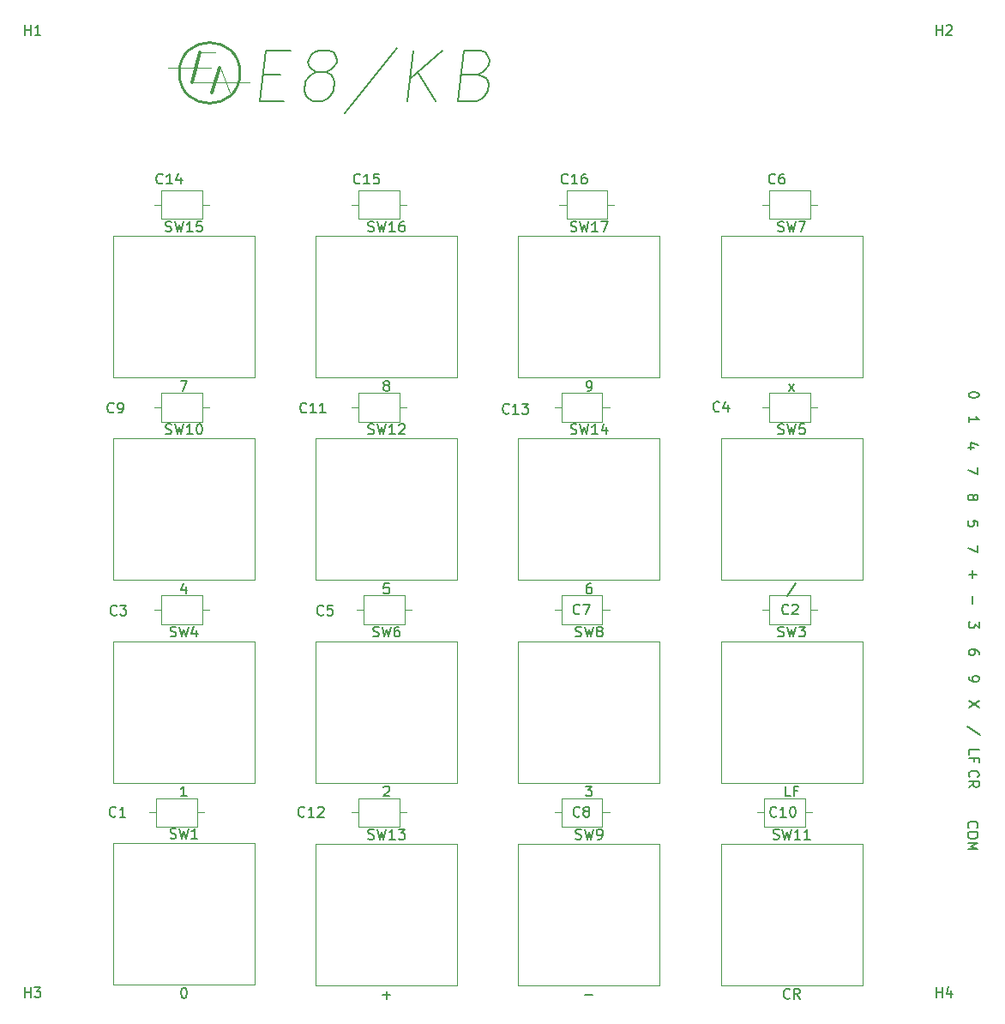
<source format=gbr>
%TF.GenerationSoftware,KiCad,Pcbnew,(6.0.4-0)*%
%TF.CreationDate,2024-05-14T12:36:05+10:00*%
%TF.ProjectId,octal keyboard,6f637461-6c20-46b6-9579-626f6172642e,rev?*%
%TF.SameCoordinates,Original*%
%TF.FileFunction,Legend,Top*%
%TF.FilePolarity,Positive*%
%FSLAX46Y46*%
G04 Gerber Fmt 4.6, Leading zero omitted, Abs format (unit mm)*
G04 Created by KiCad (PCBNEW (6.0.4-0)) date 2024-05-14 12:36:05*
%MOMM*%
%LPD*%
G01*
G04 APERTURE LIST*
%ADD10C,0.150000*%
%ADD11C,0.120000*%
%ADD12C,0.300000*%
%ADD13C,0.240000*%
G04 APERTURE END LIST*
D10*
X199847619Y-91666666D02*
X199847619Y-92333333D01*
X198847619Y-91904761D01*
X199947619Y-106966666D02*
X198947619Y-107633333D01*
X199947619Y-107633333D02*
X198947619Y-106966666D01*
X199847619Y-89738095D02*
X199847619Y-89261904D01*
X199371428Y-89214285D01*
X199419047Y-89261904D01*
X199466666Y-89357142D01*
X199466666Y-89595238D01*
X199419047Y-89690476D01*
X199371428Y-89738095D01*
X199276190Y-89785714D01*
X199038095Y-89785714D01*
X198942857Y-89738095D01*
X198895238Y-89690476D01*
X198847619Y-89595238D01*
X198847619Y-89357142D01*
X198895238Y-89261904D01*
X198942857Y-89214285D01*
X200095238Y-110328571D02*
X198809523Y-109471428D01*
X198947619Y-79485714D02*
X198947619Y-78914285D01*
X198947619Y-79200000D02*
X199947619Y-79200000D01*
X199804761Y-79104761D01*
X199709523Y-79009523D01*
X199661904Y-78914285D01*
X199042857Y-114509523D02*
X198995238Y-114461904D01*
X198947619Y-114319047D01*
X198947619Y-114223809D01*
X198995238Y-114080952D01*
X199090476Y-113985714D01*
X199185714Y-113938095D01*
X199376190Y-113890476D01*
X199519047Y-113890476D01*
X199709523Y-113938095D01*
X199804761Y-113985714D01*
X199900000Y-114080952D01*
X199947619Y-114223809D01*
X199947619Y-114319047D01*
X199900000Y-114461904D01*
X199852380Y-114509523D01*
X198947619Y-115509523D02*
X199423809Y-115176190D01*
X198947619Y-114938095D02*
X199947619Y-114938095D01*
X199947619Y-115319047D01*
X199900000Y-115414285D01*
X199852380Y-115461904D01*
X199757142Y-115509523D01*
X199614285Y-115509523D01*
X199519047Y-115461904D01*
X199471428Y-115414285D01*
X199423809Y-115319047D01*
X199423809Y-114938095D01*
X199947619Y-76752380D02*
X199947619Y-76847619D01*
X199900000Y-76942857D01*
X199852380Y-76990476D01*
X199757142Y-77038095D01*
X199566666Y-77085714D01*
X199328571Y-77085714D01*
X199138095Y-77038095D01*
X199042857Y-76990476D01*
X198995238Y-76942857D01*
X198947619Y-76847619D01*
X198947619Y-76752380D01*
X198995238Y-76657142D01*
X199042857Y-76609523D01*
X199138095Y-76561904D01*
X199328571Y-76514285D01*
X199566666Y-76514285D01*
X199757142Y-76561904D01*
X199852380Y-76609523D01*
X199900000Y-76657142D01*
X199947619Y-76752380D01*
X199847619Y-83966666D02*
X199847619Y-84633333D01*
X198847619Y-84204761D01*
X198942857Y-119514285D02*
X198895238Y-119466666D01*
X198847619Y-119323809D01*
X198847619Y-119228571D01*
X198895238Y-119085714D01*
X198990476Y-118990476D01*
X199085714Y-118942857D01*
X199276190Y-118895238D01*
X199419047Y-118895238D01*
X199609523Y-118942857D01*
X199704761Y-118990476D01*
X199800000Y-119085714D01*
X199847619Y-119228571D01*
X199847619Y-119323809D01*
X199800000Y-119466666D01*
X199752380Y-119514285D01*
X199847619Y-120133333D02*
X199847619Y-120323809D01*
X199800000Y-120419047D01*
X199704761Y-120514285D01*
X199514285Y-120561904D01*
X199180952Y-120561904D01*
X198990476Y-120514285D01*
X198895238Y-120419047D01*
X198847619Y-120323809D01*
X198847619Y-120133333D01*
X198895238Y-120038095D01*
X198990476Y-119942857D01*
X199180952Y-119895238D01*
X199514285Y-119895238D01*
X199704761Y-119942857D01*
X199800000Y-120038095D01*
X199847619Y-120133333D01*
X198847619Y-120990476D02*
X199847619Y-120990476D01*
X199133333Y-121323809D01*
X199847619Y-121657142D01*
X198847619Y-121657142D01*
X198947619Y-104609523D02*
X198947619Y-104800000D01*
X198995238Y-104895238D01*
X199042857Y-104942857D01*
X199185714Y-105038095D01*
X199376190Y-105085714D01*
X199757142Y-105085714D01*
X199852380Y-105038095D01*
X199900000Y-104990476D01*
X199947619Y-104895238D01*
X199947619Y-104704761D01*
X199900000Y-104609523D01*
X199852380Y-104561904D01*
X199757142Y-104514285D01*
X199519047Y-104514285D01*
X199423809Y-104561904D01*
X199376190Y-104609523D01*
X199328571Y-104704761D01*
X199328571Y-104895238D01*
X199376190Y-104990476D01*
X199423809Y-105038095D01*
X199519047Y-105085714D01*
X199514285Y-81990476D02*
X198847619Y-81990476D01*
X199895238Y-81752380D02*
X199180952Y-81514285D01*
X199180952Y-82133333D01*
X129282589Y-45142857D02*
X130949255Y-45142857D01*
X131336160Y-47761904D02*
X128955208Y-47761904D01*
X129580208Y-42761904D01*
X131961160Y-42761904D01*
X134550446Y-44904761D02*
X134104017Y-44666666D01*
X133895684Y-44428571D01*
X133717113Y-43952380D01*
X133746875Y-43714285D01*
X134044494Y-43238095D01*
X134312351Y-43000000D01*
X134818303Y-42761904D01*
X135770684Y-42761904D01*
X136217113Y-43000000D01*
X136425446Y-43238095D01*
X136604017Y-43714285D01*
X136574255Y-43952380D01*
X136276636Y-44428571D01*
X136008779Y-44666666D01*
X135502827Y-44904761D01*
X134550446Y-44904761D01*
X134044494Y-45142857D01*
X133776636Y-45380952D01*
X133479017Y-45857142D01*
X133359970Y-46809523D01*
X133538541Y-47285714D01*
X133746875Y-47523809D01*
X134193303Y-47761904D01*
X135145684Y-47761904D01*
X135651636Y-47523809D01*
X135919494Y-47285714D01*
X136217113Y-46809523D01*
X136336160Y-45857142D01*
X136157589Y-45380952D01*
X135949255Y-45142857D01*
X135502827Y-44904761D01*
X142467113Y-42523809D02*
X137377827Y-48952380D01*
X143479017Y-47761904D02*
X144104017Y-42761904D01*
X146336160Y-47761904D02*
X144550446Y-44904761D01*
X146961160Y-42761904D02*
X143746875Y-45619047D01*
X150473065Y-45142857D02*
X151157589Y-45380952D01*
X151365922Y-45619047D01*
X151544494Y-46095238D01*
X151455208Y-46809523D01*
X151157589Y-47285714D01*
X150889732Y-47523809D01*
X150383779Y-47761904D01*
X148479017Y-47761904D01*
X149104017Y-42761904D01*
X150770684Y-42761904D01*
X151217113Y-43000000D01*
X151425446Y-43238095D01*
X151604017Y-43714285D01*
X151544494Y-44190476D01*
X151246875Y-44666666D01*
X150979017Y-44904761D01*
X150473065Y-45142857D01*
X148806398Y-45142857D01*
X199947619Y-99166666D02*
X199947619Y-99785714D01*
X199566666Y-99452380D01*
X199566666Y-99595238D01*
X199519047Y-99690476D01*
X199471428Y-99738095D01*
X199376190Y-99785714D01*
X199138095Y-99785714D01*
X199042857Y-99738095D01*
X198995238Y-99690476D01*
X198947619Y-99595238D01*
X198947619Y-99309523D01*
X198995238Y-99214285D01*
X199042857Y-99166666D01*
X199328571Y-94119047D02*
X199328571Y-94880952D01*
X198947619Y-94500000D02*
X199709523Y-94500000D01*
X199947619Y-102390476D02*
X199947619Y-102200000D01*
X199900000Y-102104761D01*
X199852380Y-102057142D01*
X199709523Y-101961904D01*
X199519047Y-101914285D01*
X199138095Y-101914285D01*
X199042857Y-101961904D01*
X198995238Y-102009523D01*
X198947619Y-102104761D01*
X198947619Y-102295238D01*
X198995238Y-102390476D01*
X199042857Y-102438095D01*
X199138095Y-102485714D01*
X199376190Y-102485714D01*
X199471428Y-102438095D01*
X199519047Y-102390476D01*
X199566666Y-102295238D01*
X199566666Y-102104761D01*
X199519047Y-102009523D01*
X199471428Y-101961904D01*
X199376190Y-101914285D01*
X199328571Y-96619047D02*
X199328571Y-97380952D01*
X198947619Y-112280952D02*
X198947619Y-111804761D01*
X199947619Y-111804761D01*
X199471428Y-112947619D02*
X199471428Y-112614285D01*
X198947619Y-112614285D02*
X199947619Y-112614285D01*
X199947619Y-113090476D01*
X199419047Y-86804761D02*
X199466666Y-86709523D01*
X199514285Y-86661904D01*
X199609523Y-86614285D01*
X199657142Y-86614285D01*
X199752380Y-86661904D01*
X199800000Y-86709523D01*
X199847619Y-86804761D01*
X199847619Y-86995238D01*
X199800000Y-87090476D01*
X199752380Y-87138095D01*
X199657142Y-87185714D01*
X199609523Y-87185714D01*
X199514285Y-87138095D01*
X199466666Y-87090476D01*
X199419047Y-86995238D01*
X199419047Y-86804761D01*
X199371428Y-86709523D01*
X199323809Y-86661904D01*
X199228571Y-86614285D01*
X199038095Y-86614285D01*
X198942857Y-86661904D01*
X198895238Y-86709523D01*
X198847619Y-86804761D01*
X198847619Y-86995238D01*
X198895238Y-87090476D01*
X198942857Y-87138095D01*
X199038095Y-87185714D01*
X199228571Y-87185714D01*
X199323809Y-87138095D01*
X199371428Y-87090476D01*
X199419047Y-86995238D01*
%TO.C,SW3*%
X180126666Y-100610761D02*
X180269523Y-100658380D01*
X180507619Y-100658380D01*
X180602857Y-100610761D01*
X180650476Y-100563142D01*
X180698095Y-100467904D01*
X180698095Y-100372666D01*
X180650476Y-100277428D01*
X180602857Y-100229809D01*
X180507619Y-100182190D01*
X180317142Y-100134571D01*
X180221904Y-100086952D01*
X180174285Y-100039333D01*
X180126666Y-99944095D01*
X180126666Y-99848857D01*
X180174285Y-99753619D01*
X180221904Y-99706000D01*
X180317142Y-99658380D01*
X180555238Y-99658380D01*
X180698095Y-99706000D01*
X181031428Y-99658380D02*
X181269523Y-100658380D01*
X181460000Y-99944095D01*
X181650476Y-100658380D01*
X181888571Y-99658380D01*
X182174285Y-99658380D02*
X182793333Y-99658380D01*
X182460000Y-100039333D01*
X182602857Y-100039333D01*
X182698095Y-100086952D01*
X182745714Y-100134571D01*
X182793333Y-100229809D01*
X182793333Y-100467904D01*
X182745714Y-100563142D01*
X182698095Y-100610761D01*
X182602857Y-100658380D01*
X182317142Y-100658380D01*
X182221904Y-100610761D01*
X182174285Y-100563142D01*
X181340952Y-116406380D02*
X180864761Y-116406380D01*
X180864761Y-115406380D01*
X182007619Y-115882571D02*
X181674285Y-115882571D01*
X181674285Y-116406380D02*
X181674285Y-115406380D01*
X182150476Y-115406380D01*
%TO.C,SW4*%
X120126666Y-100610761D02*
X120269523Y-100658380D01*
X120507619Y-100658380D01*
X120602857Y-100610761D01*
X120650476Y-100563142D01*
X120698095Y-100467904D01*
X120698095Y-100372666D01*
X120650476Y-100277428D01*
X120602857Y-100229809D01*
X120507619Y-100182190D01*
X120317142Y-100134571D01*
X120221904Y-100086952D01*
X120174285Y-100039333D01*
X120126666Y-99944095D01*
X120126666Y-99848857D01*
X120174285Y-99753619D01*
X120221904Y-99706000D01*
X120317142Y-99658380D01*
X120555238Y-99658380D01*
X120698095Y-99706000D01*
X121031428Y-99658380D02*
X121269523Y-100658380D01*
X121460000Y-99944095D01*
X121650476Y-100658380D01*
X121888571Y-99658380D01*
X122698095Y-99991714D02*
X122698095Y-100658380D01*
X122460000Y-99610761D02*
X122221904Y-100325047D01*
X122840952Y-100325047D01*
X121745714Y-116406380D02*
X121174285Y-116406380D01*
X121460000Y-116406380D02*
X121460000Y-115406380D01*
X121364761Y-115549238D01*
X121269523Y-115644476D01*
X121174285Y-115692095D01*
%TO.C,SW5*%
X180126666Y-80610761D02*
X180269523Y-80658380D01*
X180507619Y-80658380D01*
X180602857Y-80610761D01*
X180650476Y-80563142D01*
X180698095Y-80467904D01*
X180698095Y-80372666D01*
X180650476Y-80277428D01*
X180602857Y-80229809D01*
X180507619Y-80182190D01*
X180317142Y-80134571D01*
X180221904Y-80086952D01*
X180174285Y-80039333D01*
X180126666Y-79944095D01*
X180126666Y-79848857D01*
X180174285Y-79753619D01*
X180221904Y-79706000D01*
X180317142Y-79658380D01*
X180555238Y-79658380D01*
X180698095Y-79706000D01*
X181031428Y-79658380D02*
X181269523Y-80658380D01*
X181460000Y-79944095D01*
X181650476Y-80658380D01*
X181888571Y-79658380D01*
X182745714Y-79658380D02*
X182269523Y-79658380D01*
X182221904Y-80134571D01*
X182269523Y-80086952D01*
X182364761Y-80039333D01*
X182602857Y-80039333D01*
X182698095Y-80086952D01*
X182745714Y-80134571D01*
X182793333Y-80229809D01*
X182793333Y-80467904D01*
X182745714Y-80563142D01*
X182698095Y-80610761D01*
X182602857Y-80658380D01*
X182364761Y-80658380D01*
X182269523Y-80610761D01*
X182221904Y-80563142D01*
X181888571Y-95358761D02*
X181031428Y-96644476D01*
%TO.C,SW6*%
X140126666Y-100610761D02*
X140269523Y-100658380D01*
X140507619Y-100658380D01*
X140602857Y-100610761D01*
X140650476Y-100563142D01*
X140698095Y-100467904D01*
X140698095Y-100372666D01*
X140650476Y-100277428D01*
X140602857Y-100229809D01*
X140507619Y-100182190D01*
X140317142Y-100134571D01*
X140221904Y-100086952D01*
X140174285Y-100039333D01*
X140126666Y-99944095D01*
X140126666Y-99848857D01*
X140174285Y-99753619D01*
X140221904Y-99706000D01*
X140317142Y-99658380D01*
X140555238Y-99658380D01*
X140698095Y-99706000D01*
X141031428Y-99658380D02*
X141269523Y-100658380D01*
X141460000Y-99944095D01*
X141650476Y-100658380D01*
X141888571Y-99658380D01*
X142698095Y-99658380D02*
X142507619Y-99658380D01*
X142412380Y-99706000D01*
X142364761Y-99753619D01*
X142269523Y-99896476D01*
X142221904Y-100086952D01*
X142221904Y-100467904D01*
X142269523Y-100563142D01*
X142317142Y-100610761D01*
X142412380Y-100658380D01*
X142602857Y-100658380D01*
X142698095Y-100610761D01*
X142745714Y-100563142D01*
X142793333Y-100467904D01*
X142793333Y-100229809D01*
X142745714Y-100134571D01*
X142698095Y-100086952D01*
X142602857Y-100039333D01*
X142412380Y-100039333D01*
X142317142Y-100086952D01*
X142269523Y-100134571D01*
X142221904Y-100229809D01*
X141174285Y-115501619D02*
X141221904Y-115454000D01*
X141317142Y-115406380D01*
X141555238Y-115406380D01*
X141650476Y-115454000D01*
X141698095Y-115501619D01*
X141745714Y-115596857D01*
X141745714Y-115692095D01*
X141698095Y-115834952D01*
X141126666Y-116406380D01*
X141745714Y-116406380D01*
%TO.C,SW7*%
X180126666Y-60610761D02*
X180269523Y-60658380D01*
X180507619Y-60658380D01*
X180602857Y-60610761D01*
X180650476Y-60563142D01*
X180698095Y-60467904D01*
X180698095Y-60372666D01*
X180650476Y-60277428D01*
X180602857Y-60229809D01*
X180507619Y-60182190D01*
X180317142Y-60134571D01*
X180221904Y-60086952D01*
X180174285Y-60039333D01*
X180126666Y-59944095D01*
X180126666Y-59848857D01*
X180174285Y-59753619D01*
X180221904Y-59706000D01*
X180317142Y-59658380D01*
X180555238Y-59658380D01*
X180698095Y-59706000D01*
X181031428Y-59658380D02*
X181269523Y-60658380D01*
X181460000Y-59944095D01*
X181650476Y-60658380D01*
X181888571Y-59658380D01*
X182174285Y-59658380D02*
X182840952Y-59658380D01*
X182412380Y-60658380D01*
X181198095Y-76406380D02*
X181721904Y-75739714D01*
X181198095Y-75739714D02*
X181721904Y-76406380D01*
%TO.C,SW8*%
X160126666Y-100610761D02*
X160269523Y-100658380D01*
X160507619Y-100658380D01*
X160602857Y-100610761D01*
X160650476Y-100563142D01*
X160698095Y-100467904D01*
X160698095Y-100372666D01*
X160650476Y-100277428D01*
X160602857Y-100229809D01*
X160507619Y-100182190D01*
X160317142Y-100134571D01*
X160221904Y-100086952D01*
X160174285Y-100039333D01*
X160126666Y-99944095D01*
X160126666Y-99848857D01*
X160174285Y-99753619D01*
X160221904Y-99706000D01*
X160317142Y-99658380D01*
X160555238Y-99658380D01*
X160698095Y-99706000D01*
X161031428Y-99658380D02*
X161269523Y-100658380D01*
X161460000Y-99944095D01*
X161650476Y-100658380D01*
X161888571Y-99658380D01*
X162412380Y-100086952D02*
X162317142Y-100039333D01*
X162269523Y-99991714D01*
X162221904Y-99896476D01*
X162221904Y-99848857D01*
X162269523Y-99753619D01*
X162317142Y-99706000D01*
X162412380Y-99658380D01*
X162602857Y-99658380D01*
X162698095Y-99706000D01*
X162745714Y-99753619D01*
X162793333Y-99848857D01*
X162793333Y-99896476D01*
X162745714Y-99991714D01*
X162698095Y-100039333D01*
X162602857Y-100086952D01*
X162412380Y-100086952D01*
X162317142Y-100134571D01*
X162269523Y-100182190D01*
X162221904Y-100277428D01*
X162221904Y-100467904D01*
X162269523Y-100563142D01*
X162317142Y-100610761D01*
X162412380Y-100658380D01*
X162602857Y-100658380D01*
X162698095Y-100610761D01*
X162745714Y-100563142D01*
X162793333Y-100467904D01*
X162793333Y-100277428D01*
X162745714Y-100182190D01*
X162698095Y-100134571D01*
X162602857Y-100086952D01*
X161126666Y-115406380D02*
X161745714Y-115406380D01*
X161412380Y-115787333D01*
X161555238Y-115787333D01*
X161650476Y-115834952D01*
X161698095Y-115882571D01*
X161745714Y-115977809D01*
X161745714Y-116215904D01*
X161698095Y-116311142D01*
X161650476Y-116358761D01*
X161555238Y-116406380D01*
X161269523Y-116406380D01*
X161174285Y-116358761D01*
X161126666Y-116311142D01*
%TO.C,SW9*%
X160126666Y-120610761D02*
X160269523Y-120658380D01*
X160507619Y-120658380D01*
X160602857Y-120610761D01*
X160650476Y-120563142D01*
X160698095Y-120467904D01*
X160698095Y-120372666D01*
X160650476Y-120277428D01*
X160602857Y-120229809D01*
X160507619Y-120182190D01*
X160317142Y-120134571D01*
X160221904Y-120086952D01*
X160174285Y-120039333D01*
X160126666Y-119944095D01*
X160126666Y-119848857D01*
X160174285Y-119753619D01*
X160221904Y-119706000D01*
X160317142Y-119658380D01*
X160555238Y-119658380D01*
X160698095Y-119706000D01*
X161031428Y-119658380D02*
X161269523Y-120658380D01*
X161460000Y-119944095D01*
X161650476Y-120658380D01*
X161888571Y-119658380D01*
X162317142Y-120658380D02*
X162507619Y-120658380D01*
X162602857Y-120610761D01*
X162650476Y-120563142D01*
X162745714Y-120420285D01*
X162793333Y-120229809D01*
X162793333Y-119848857D01*
X162745714Y-119753619D01*
X162698095Y-119706000D01*
X162602857Y-119658380D01*
X162412380Y-119658380D01*
X162317142Y-119706000D01*
X162269523Y-119753619D01*
X162221904Y-119848857D01*
X162221904Y-120086952D01*
X162269523Y-120182190D01*
X162317142Y-120229809D01*
X162412380Y-120277428D01*
X162602857Y-120277428D01*
X162698095Y-120229809D01*
X162745714Y-120182190D01*
X162793333Y-120086952D01*
X161079047Y-136025428D02*
X161840952Y-136025428D01*
%TO.C,SW10*%
X119650476Y-80610761D02*
X119793333Y-80658380D01*
X120031428Y-80658380D01*
X120126666Y-80610761D01*
X120174285Y-80563142D01*
X120221904Y-80467904D01*
X120221904Y-80372666D01*
X120174285Y-80277428D01*
X120126666Y-80229809D01*
X120031428Y-80182190D01*
X119840952Y-80134571D01*
X119745714Y-80086952D01*
X119698095Y-80039333D01*
X119650476Y-79944095D01*
X119650476Y-79848857D01*
X119698095Y-79753619D01*
X119745714Y-79706000D01*
X119840952Y-79658380D01*
X120079047Y-79658380D01*
X120221904Y-79706000D01*
X120555238Y-79658380D02*
X120793333Y-80658380D01*
X120983809Y-79944095D01*
X121174285Y-80658380D01*
X121412380Y-79658380D01*
X122317142Y-80658380D02*
X121745714Y-80658380D01*
X122031428Y-80658380D02*
X122031428Y-79658380D01*
X121936190Y-79801238D01*
X121840952Y-79896476D01*
X121745714Y-79944095D01*
X122936190Y-79658380D02*
X123031428Y-79658380D01*
X123126666Y-79706000D01*
X123174285Y-79753619D01*
X123221904Y-79848857D01*
X123269523Y-80039333D01*
X123269523Y-80277428D01*
X123221904Y-80467904D01*
X123174285Y-80563142D01*
X123126666Y-80610761D01*
X123031428Y-80658380D01*
X122936190Y-80658380D01*
X122840952Y-80610761D01*
X122793333Y-80563142D01*
X122745714Y-80467904D01*
X122698095Y-80277428D01*
X122698095Y-80039333D01*
X122745714Y-79848857D01*
X122793333Y-79753619D01*
X122840952Y-79706000D01*
X122936190Y-79658380D01*
X121650476Y-95739714D02*
X121650476Y-96406380D01*
X121412380Y-95358761D02*
X121174285Y-96073047D01*
X121793333Y-96073047D01*
%TO.C,SW11*%
X179650476Y-120610761D02*
X179793333Y-120658380D01*
X180031428Y-120658380D01*
X180126666Y-120610761D01*
X180174285Y-120563142D01*
X180221904Y-120467904D01*
X180221904Y-120372666D01*
X180174285Y-120277428D01*
X180126666Y-120229809D01*
X180031428Y-120182190D01*
X179840952Y-120134571D01*
X179745714Y-120086952D01*
X179698095Y-120039333D01*
X179650476Y-119944095D01*
X179650476Y-119848857D01*
X179698095Y-119753619D01*
X179745714Y-119706000D01*
X179840952Y-119658380D01*
X180079047Y-119658380D01*
X180221904Y-119706000D01*
X180555238Y-119658380D02*
X180793333Y-120658380D01*
X180983809Y-119944095D01*
X181174285Y-120658380D01*
X181412380Y-119658380D01*
X182317142Y-120658380D02*
X181745714Y-120658380D01*
X182031428Y-120658380D02*
X182031428Y-119658380D01*
X181936190Y-119801238D01*
X181840952Y-119896476D01*
X181745714Y-119944095D01*
X183269523Y-120658380D02*
X182698095Y-120658380D01*
X182983809Y-120658380D02*
X182983809Y-119658380D01*
X182888571Y-119801238D01*
X182793333Y-119896476D01*
X182698095Y-119944095D01*
X181269523Y-136311142D02*
X181221904Y-136358761D01*
X181079047Y-136406380D01*
X180983809Y-136406380D01*
X180840952Y-136358761D01*
X180745714Y-136263523D01*
X180698095Y-136168285D01*
X180650476Y-135977809D01*
X180650476Y-135834952D01*
X180698095Y-135644476D01*
X180745714Y-135549238D01*
X180840952Y-135454000D01*
X180983809Y-135406380D01*
X181079047Y-135406380D01*
X181221904Y-135454000D01*
X181269523Y-135501619D01*
X182269523Y-136406380D02*
X181936190Y-135930190D01*
X181698095Y-136406380D02*
X181698095Y-135406380D01*
X182079047Y-135406380D01*
X182174285Y-135454000D01*
X182221904Y-135501619D01*
X182269523Y-135596857D01*
X182269523Y-135739714D01*
X182221904Y-135834952D01*
X182174285Y-135882571D01*
X182079047Y-135930190D01*
X181698095Y-135930190D01*
%TO.C,SW12*%
X139650476Y-80610761D02*
X139793333Y-80658380D01*
X140031428Y-80658380D01*
X140126666Y-80610761D01*
X140174285Y-80563142D01*
X140221904Y-80467904D01*
X140221904Y-80372666D01*
X140174285Y-80277428D01*
X140126666Y-80229809D01*
X140031428Y-80182190D01*
X139840952Y-80134571D01*
X139745714Y-80086952D01*
X139698095Y-80039333D01*
X139650476Y-79944095D01*
X139650476Y-79848857D01*
X139698095Y-79753619D01*
X139745714Y-79706000D01*
X139840952Y-79658380D01*
X140079047Y-79658380D01*
X140221904Y-79706000D01*
X140555238Y-79658380D02*
X140793333Y-80658380D01*
X140983809Y-79944095D01*
X141174285Y-80658380D01*
X141412380Y-79658380D01*
X142317142Y-80658380D02*
X141745714Y-80658380D01*
X142031428Y-80658380D02*
X142031428Y-79658380D01*
X141936190Y-79801238D01*
X141840952Y-79896476D01*
X141745714Y-79944095D01*
X142698095Y-79753619D02*
X142745714Y-79706000D01*
X142840952Y-79658380D01*
X143079047Y-79658380D01*
X143174285Y-79706000D01*
X143221904Y-79753619D01*
X143269523Y-79848857D01*
X143269523Y-79944095D01*
X143221904Y-80086952D01*
X142650476Y-80658380D01*
X143269523Y-80658380D01*
X141698095Y-95406380D02*
X141221904Y-95406380D01*
X141174285Y-95882571D01*
X141221904Y-95834952D01*
X141317142Y-95787333D01*
X141555238Y-95787333D01*
X141650476Y-95834952D01*
X141698095Y-95882571D01*
X141745714Y-95977809D01*
X141745714Y-96215904D01*
X141698095Y-96311142D01*
X141650476Y-96358761D01*
X141555238Y-96406380D01*
X141317142Y-96406380D01*
X141221904Y-96358761D01*
X141174285Y-96311142D01*
%TO.C,SW13*%
X139650476Y-120610761D02*
X139793333Y-120658380D01*
X140031428Y-120658380D01*
X140126666Y-120610761D01*
X140174285Y-120563142D01*
X140221904Y-120467904D01*
X140221904Y-120372666D01*
X140174285Y-120277428D01*
X140126666Y-120229809D01*
X140031428Y-120182190D01*
X139840952Y-120134571D01*
X139745714Y-120086952D01*
X139698095Y-120039333D01*
X139650476Y-119944095D01*
X139650476Y-119848857D01*
X139698095Y-119753619D01*
X139745714Y-119706000D01*
X139840952Y-119658380D01*
X140079047Y-119658380D01*
X140221904Y-119706000D01*
X140555238Y-119658380D02*
X140793333Y-120658380D01*
X140983809Y-119944095D01*
X141174285Y-120658380D01*
X141412380Y-119658380D01*
X142317142Y-120658380D02*
X141745714Y-120658380D01*
X142031428Y-120658380D02*
X142031428Y-119658380D01*
X141936190Y-119801238D01*
X141840952Y-119896476D01*
X141745714Y-119944095D01*
X142650476Y-119658380D02*
X143269523Y-119658380D01*
X142936190Y-120039333D01*
X143079047Y-120039333D01*
X143174285Y-120086952D01*
X143221904Y-120134571D01*
X143269523Y-120229809D01*
X143269523Y-120467904D01*
X143221904Y-120563142D01*
X143174285Y-120610761D01*
X143079047Y-120658380D01*
X142793333Y-120658380D01*
X142698095Y-120610761D01*
X142650476Y-120563142D01*
X141079047Y-136025428D02*
X141840952Y-136025428D01*
X141460000Y-136406380D02*
X141460000Y-135644476D01*
%TO.C,SW14*%
X159650476Y-80610761D02*
X159793333Y-80658380D01*
X160031428Y-80658380D01*
X160126666Y-80610761D01*
X160174285Y-80563142D01*
X160221904Y-80467904D01*
X160221904Y-80372666D01*
X160174285Y-80277428D01*
X160126666Y-80229809D01*
X160031428Y-80182190D01*
X159840952Y-80134571D01*
X159745714Y-80086952D01*
X159698095Y-80039333D01*
X159650476Y-79944095D01*
X159650476Y-79848857D01*
X159698095Y-79753619D01*
X159745714Y-79706000D01*
X159840952Y-79658380D01*
X160079047Y-79658380D01*
X160221904Y-79706000D01*
X160555238Y-79658380D02*
X160793333Y-80658380D01*
X160983809Y-79944095D01*
X161174285Y-80658380D01*
X161412380Y-79658380D01*
X162317142Y-80658380D02*
X161745714Y-80658380D01*
X162031428Y-80658380D02*
X162031428Y-79658380D01*
X161936190Y-79801238D01*
X161840952Y-79896476D01*
X161745714Y-79944095D01*
X163174285Y-79991714D02*
X163174285Y-80658380D01*
X162936190Y-79610761D02*
X162698095Y-80325047D01*
X163317142Y-80325047D01*
X161650476Y-95406380D02*
X161460000Y-95406380D01*
X161364761Y-95454000D01*
X161317142Y-95501619D01*
X161221904Y-95644476D01*
X161174285Y-95834952D01*
X161174285Y-96215904D01*
X161221904Y-96311142D01*
X161269523Y-96358761D01*
X161364761Y-96406380D01*
X161555238Y-96406380D01*
X161650476Y-96358761D01*
X161698095Y-96311142D01*
X161745714Y-96215904D01*
X161745714Y-95977809D01*
X161698095Y-95882571D01*
X161650476Y-95834952D01*
X161555238Y-95787333D01*
X161364761Y-95787333D01*
X161269523Y-95834952D01*
X161221904Y-95882571D01*
X161174285Y-95977809D01*
%TO.C,SW15*%
X119650476Y-60610761D02*
X119793333Y-60658380D01*
X120031428Y-60658380D01*
X120126666Y-60610761D01*
X120174285Y-60563142D01*
X120221904Y-60467904D01*
X120221904Y-60372666D01*
X120174285Y-60277428D01*
X120126666Y-60229809D01*
X120031428Y-60182190D01*
X119840952Y-60134571D01*
X119745714Y-60086952D01*
X119698095Y-60039333D01*
X119650476Y-59944095D01*
X119650476Y-59848857D01*
X119698095Y-59753619D01*
X119745714Y-59706000D01*
X119840952Y-59658380D01*
X120079047Y-59658380D01*
X120221904Y-59706000D01*
X120555238Y-59658380D02*
X120793333Y-60658380D01*
X120983809Y-59944095D01*
X121174285Y-60658380D01*
X121412380Y-59658380D01*
X122317142Y-60658380D02*
X121745714Y-60658380D01*
X122031428Y-60658380D02*
X122031428Y-59658380D01*
X121936190Y-59801238D01*
X121840952Y-59896476D01*
X121745714Y-59944095D01*
X123221904Y-59658380D02*
X122745714Y-59658380D01*
X122698095Y-60134571D01*
X122745714Y-60086952D01*
X122840952Y-60039333D01*
X123079047Y-60039333D01*
X123174285Y-60086952D01*
X123221904Y-60134571D01*
X123269523Y-60229809D01*
X123269523Y-60467904D01*
X123221904Y-60563142D01*
X123174285Y-60610761D01*
X123079047Y-60658380D01*
X122840952Y-60658380D01*
X122745714Y-60610761D01*
X122698095Y-60563142D01*
X121126666Y-75406380D02*
X121793333Y-75406380D01*
X121364761Y-76406380D01*
%TO.C,SW16*%
X139650476Y-60610761D02*
X139793333Y-60658380D01*
X140031428Y-60658380D01*
X140126666Y-60610761D01*
X140174285Y-60563142D01*
X140221904Y-60467904D01*
X140221904Y-60372666D01*
X140174285Y-60277428D01*
X140126666Y-60229809D01*
X140031428Y-60182190D01*
X139840952Y-60134571D01*
X139745714Y-60086952D01*
X139698095Y-60039333D01*
X139650476Y-59944095D01*
X139650476Y-59848857D01*
X139698095Y-59753619D01*
X139745714Y-59706000D01*
X139840952Y-59658380D01*
X140079047Y-59658380D01*
X140221904Y-59706000D01*
X140555238Y-59658380D02*
X140793333Y-60658380D01*
X140983809Y-59944095D01*
X141174285Y-60658380D01*
X141412380Y-59658380D01*
X142317142Y-60658380D02*
X141745714Y-60658380D01*
X142031428Y-60658380D02*
X142031428Y-59658380D01*
X141936190Y-59801238D01*
X141840952Y-59896476D01*
X141745714Y-59944095D01*
X143174285Y-59658380D02*
X142983809Y-59658380D01*
X142888571Y-59706000D01*
X142840952Y-59753619D01*
X142745714Y-59896476D01*
X142698095Y-60086952D01*
X142698095Y-60467904D01*
X142745714Y-60563142D01*
X142793333Y-60610761D01*
X142888571Y-60658380D01*
X143079047Y-60658380D01*
X143174285Y-60610761D01*
X143221904Y-60563142D01*
X143269523Y-60467904D01*
X143269523Y-60229809D01*
X143221904Y-60134571D01*
X143174285Y-60086952D01*
X143079047Y-60039333D01*
X142888571Y-60039333D01*
X142793333Y-60086952D01*
X142745714Y-60134571D01*
X142698095Y-60229809D01*
X141364761Y-75834952D02*
X141269523Y-75787333D01*
X141221904Y-75739714D01*
X141174285Y-75644476D01*
X141174285Y-75596857D01*
X141221904Y-75501619D01*
X141269523Y-75454000D01*
X141364761Y-75406380D01*
X141555238Y-75406380D01*
X141650476Y-75454000D01*
X141698095Y-75501619D01*
X141745714Y-75596857D01*
X141745714Y-75644476D01*
X141698095Y-75739714D01*
X141650476Y-75787333D01*
X141555238Y-75834952D01*
X141364761Y-75834952D01*
X141269523Y-75882571D01*
X141221904Y-75930190D01*
X141174285Y-76025428D01*
X141174285Y-76215904D01*
X141221904Y-76311142D01*
X141269523Y-76358761D01*
X141364761Y-76406380D01*
X141555238Y-76406380D01*
X141650476Y-76358761D01*
X141698095Y-76311142D01*
X141745714Y-76215904D01*
X141745714Y-76025428D01*
X141698095Y-75930190D01*
X141650476Y-75882571D01*
X141555238Y-75834952D01*
%TO.C,SW17*%
X159650476Y-60610761D02*
X159793333Y-60658380D01*
X160031428Y-60658380D01*
X160126666Y-60610761D01*
X160174285Y-60563142D01*
X160221904Y-60467904D01*
X160221904Y-60372666D01*
X160174285Y-60277428D01*
X160126666Y-60229809D01*
X160031428Y-60182190D01*
X159840952Y-60134571D01*
X159745714Y-60086952D01*
X159698095Y-60039333D01*
X159650476Y-59944095D01*
X159650476Y-59848857D01*
X159698095Y-59753619D01*
X159745714Y-59706000D01*
X159840952Y-59658380D01*
X160079047Y-59658380D01*
X160221904Y-59706000D01*
X160555238Y-59658380D02*
X160793333Y-60658380D01*
X160983809Y-59944095D01*
X161174285Y-60658380D01*
X161412380Y-59658380D01*
X162317142Y-60658380D02*
X161745714Y-60658380D01*
X162031428Y-60658380D02*
X162031428Y-59658380D01*
X161936190Y-59801238D01*
X161840952Y-59896476D01*
X161745714Y-59944095D01*
X162650476Y-59658380D02*
X163317142Y-59658380D01*
X162888571Y-60658380D01*
X161269523Y-76406380D02*
X161460000Y-76406380D01*
X161555238Y-76358761D01*
X161602857Y-76311142D01*
X161698095Y-76168285D01*
X161745714Y-75977809D01*
X161745714Y-75596857D01*
X161698095Y-75501619D01*
X161650476Y-75454000D01*
X161555238Y-75406380D01*
X161364761Y-75406380D01*
X161269523Y-75454000D01*
X161221904Y-75501619D01*
X161174285Y-75596857D01*
X161174285Y-75834952D01*
X161221904Y-75930190D01*
X161269523Y-75977809D01*
X161364761Y-76025428D01*
X161555238Y-76025428D01*
X161650476Y-75977809D01*
X161698095Y-75930190D01*
X161745714Y-75834952D01*
%TO.C,SW1*%
X120126666Y-120530761D02*
X120269523Y-120578380D01*
X120507619Y-120578380D01*
X120602857Y-120530761D01*
X120650476Y-120483142D01*
X120698095Y-120387904D01*
X120698095Y-120292666D01*
X120650476Y-120197428D01*
X120602857Y-120149809D01*
X120507619Y-120102190D01*
X120317142Y-120054571D01*
X120221904Y-120006952D01*
X120174285Y-119959333D01*
X120126666Y-119864095D01*
X120126666Y-119768857D01*
X120174285Y-119673619D01*
X120221904Y-119626000D01*
X120317142Y-119578380D01*
X120555238Y-119578380D01*
X120698095Y-119626000D01*
X121031428Y-119578380D02*
X121269523Y-120578380D01*
X121460000Y-119864095D01*
X121650476Y-120578380D01*
X121888571Y-119578380D01*
X122793333Y-120578380D02*
X122221904Y-120578380D01*
X122507619Y-120578380D02*
X122507619Y-119578380D01*
X122412380Y-119721238D01*
X122317142Y-119816476D01*
X122221904Y-119864095D01*
X121412380Y-135326380D02*
X121507619Y-135326380D01*
X121602857Y-135374000D01*
X121650476Y-135421619D01*
X121698095Y-135516857D01*
X121745714Y-135707333D01*
X121745714Y-135945428D01*
X121698095Y-136135904D01*
X121650476Y-136231142D01*
X121602857Y-136278761D01*
X121507619Y-136326380D01*
X121412380Y-136326380D01*
X121317142Y-136278761D01*
X121269523Y-136231142D01*
X121221904Y-136135904D01*
X121174285Y-135945428D01*
X121174285Y-135707333D01*
X121221904Y-135516857D01*
X121269523Y-135421619D01*
X121317142Y-135374000D01*
X121412380Y-135326380D01*
%TO.C,C2*%
X181133333Y-98357142D02*
X181085714Y-98404761D01*
X180942857Y-98452380D01*
X180847619Y-98452380D01*
X180704761Y-98404761D01*
X180609523Y-98309523D01*
X180561904Y-98214285D01*
X180514285Y-98023809D01*
X180514285Y-97880952D01*
X180561904Y-97690476D01*
X180609523Y-97595238D01*
X180704761Y-97500000D01*
X180847619Y-97452380D01*
X180942857Y-97452380D01*
X181085714Y-97500000D01*
X181133333Y-97547619D01*
X181514285Y-97547619D02*
X181561904Y-97500000D01*
X181657142Y-97452380D01*
X181895238Y-97452380D01*
X181990476Y-97500000D01*
X182038095Y-97547619D01*
X182085714Y-97642857D01*
X182085714Y-97738095D01*
X182038095Y-97880952D01*
X181466666Y-98452380D01*
X182085714Y-98452380D01*
%TO.C,C3*%
X114833333Y-98457142D02*
X114785714Y-98504761D01*
X114642857Y-98552380D01*
X114547619Y-98552380D01*
X114404761Y-98504761D01*
X114309523Y-98409523D01*
X114261904Y-98314285D01*
X114214285Y-98123809D01*
X114214285Y-97980952D01*
X114261904Y-97790476D01*
X114309523Y-97695238D01*
X114404761Y-97600000D01*
X114547619Y-97552380D01*
X114642857Y-97552380D01*
X114785714Y-97600000D01*
X114833333Y-97647619D01*
X115166666Y-97552380D02*
X115785714Y-97552380D01*
X115452380Y-97933333D01*
X115595238Y-97933333D01*
X115690476Y-97980952D01*
X115738095Y-98028571D01*
X115785714Y-98123809D01*
X115785714Y-98361904D01*
X115738095Y-98457142D01*
X115690476Y-98504761D01*
X115595238Y-98552380D01*
X115309523Y-98552380D01*
X115214285Y-98504761D01*
X115166666Y-98457142D01*
%TO.C,C4*%
X174333333Y-78357142D02*
X174285714Y-78404761D01*
X174142857Y-78452380D01*
X174047619Y-78452380D01*
X173904761Y-78404761D01*
X173809523Y-78309523D01*
X173761904Y-78214285D01*
X173714285Y-78023809D01*
X173714285Y-77880952D01*
X173761904Y-77690476D01*
X173809523Y-77595238D01*
X173904761Y-77500000D01*
X174047619Y-77452380D01*
X174142857Y-77452380D01*
X174285714Y-77500000D01*
X174333333Y-77547619D01*
X175190476Y-77785714D02*
X175190476Y-78452380D01*
X174952380Y-77404761D02*
X174714285Y-78119047D01*
X175333333Y-78119047D01*
%TO.C,C5*%
X135233333Y-98457142D02*
X135185714Y-98504761D01*
X135042857Y-98552380D01*
X134947619Y-98552380D01*
X134804761Y-98504761D01*
X134709523Y-98409523D01*
X134661904Y-98314285D01*
X134614285Y-98123809D01*
X134614285Y-97980952D01*
X134661904Y-97790476D01*
X134709523Y-97695238D01*
X134804761Y-97600000D01*
X134947619Y-97552380D01*
X135042857Y-97552380D01*
X135185714Y-97600000D01*
X135233333Y-97647619D01*
X136138095Y-97552380D02*
X135661904Y-97552380D01*
X135614285Y-98028571D01*
X135661904Y-97980952D01*
X135757142Y-97933333D01*
X135995238Y-97933333D01*
X136090476Y-97980952D01*
X136138095Y-98028571D01*
X136185714Y-98123809D01*
X136185714Y-98361904D01*
X136138095Y-98457142D01*
X136090476Y-98504761D01*
X135995238Y-98552380D01*
X135757142Y-98552380D01*
X135661904Y-98504761D01*
X135614285Y-98457142D01*
%TO.C,C6*%
X179833333Y-55857142D02*
X179785714Y-55904761D01*
X179642857Y-55952380D01*
X179547619Y-55952380D01*
X179404761Y-55904761D01*
X179309523Y-55809523D01*
X179261904Y-55714285D01*
X179214285Y-55523809D01*
X179214285Y-55380952D01*
X179261904Y-55190476D01*
X179309523Y-55095238D01*
X179404761Y-55000000D01*
X179547619Y-54952380D01*
X179642857Y-54952380D01*
X179785714Y-55000000D01*
X179833333Y-55047619D01*
X180690476Y-54952380D02*
X180500000Y-54952380D01*
X180404761Y-55000000D01*
X180357142Y-55047619D01*
X180261904Y-55190476D01*
X180214285Y-55380952D01*
X180214285Y-55761904D01*
X180261904Y-55857142D01*
X180309523Y-55904761D01*
X180404761Y-55952380D01*
X180595238Y-55952380D01*
X180690476Y-55904761D01*
X180738095Y-55857142D01*
X180785714Y-55761904D01*
X180785714Y-55523809D01*
X180738095Y-55428571D01*
X180690476Y-55380952D01*
X180595238Y-55333333D01*
X180404761Y-55333333D01*
X180309523Y-55380952D01*
X180261904Y-55428571D01*
X180214285Y-55523809D01*
%TO.C,C7*%
X160533333Y-98357142D02*
X160485714Y-98404761D01*
X160342857Y-98452380D01*
X160247619Y-98452380D01*
X160104761Y-98404761D01*
X160009523Y-98309523D01*
X159961904Y-98214285D01*
X159914285Y-98023809D01*
X159914285Y-97880952D01*
X159961904Y-97690476D01*
X160009523Y-97595238D01*
X160104761Y-97500000D01*
X160247619Y-97452380D01*
X160342857Y-97452380D01*
X160485714Y-97500000D01*
X160533333Y-97547619D01*
X160866666Y-97452380D02*
X161533333Y-97452380D01*
X161104761Y-98452380D01*
%TO.C,C8*%
X160533333Y-118357142D02*
X160485714Y-118404761D01*
X160342857Y-118452380D01*
X160247619Y-118452380D01*
X160104761Y-118404761D01*
X160009523Y-118309523D01*
X159961904Y-118214285D01*
X159914285Y-118023809D01*
X159914285Y-117880952D01*
X159961904Y-117690476D01*
X160009523Y-117595238D01*
X160104761Y-117500000D01*
X160247619Y-117452380D01*
X160342857Y-117452380D01*
X160485714Y-117500000D01*
X160533333Y-117547619D01*
X161104761Y-117880952D02*
X161009523Y-117833333D01*
X160961904Y-117785714D01*
X160914285Y-117690476D01*
X160914285Y-117642857D01*
X160961904Y-117547619D01*
X161009523Y-117500000D01*
X161104761Y-117452380D01*
X161295238Y-117452380D01*
X161390476Y-117500000D01*
X161438095Y-117547619D01*
X161485714Y-117642857D01*
X161485714Y-117690476D01*
X161438095Y-117785714D01*
X161390476Y-117833333D01*
X161295238Y-117880952D01*
X161104761Y-117880952D01*
X161009523Y-117928571D01*
X160961904Y-117976190D01*
X160914285Y-118071428D01*
X160914285Y-118261904D01*
X160961904Y-118357142D01*
X161009523Y-118404761D01*
X161104761Y-118452380D01*
X161295238Y-118452380D01*
X161390476Y-118404761D01*
X161438095Y-118357142D01*
X161485714Y-118261904D01*
X161485714Y-118071428D01*
X161438095Y-117976190D01*
X161390476Y-117928571D01*
X161295238Y-117880952D01*
%TO.C,C9*%
X114533333Y-78457142D02*
X114485714Y-78504761D01*
X114342857Y-78552380D01*
X114247619Y-78552380D01*
X114104761Y-78504761D01*
X114009523Y-78409523D01*
X113961904Y-78314285D01*
X113914285Y-78123809D01*
X113914285Y-77980952D01*
X113961904Y-77790476D01*
X114009523Y-77695238D01*
X114104761Y-77600000D01*
X114247619Y-77552380D01*
X114342857Y-77552380D01*
X114485714Y-77600000D01*
X114533333Y-77647619D01*
X115009523Y-78552380D02*
X115200000Y-78552380D01*
X115295238Y-78504761D01*
X115342857Y-78457142D01*
X115438095Y-78314285D01*
X115485714Y-78123809D01*
X115485714Y-77742857D01*
X115438095Y-77647619D01*
X115390476Y-77600000D01*
X115295238Y-77552380D01*
X115104761Y-77552380D01*
X115009523Y-77600000D01*
X114961904Y-77647619D01*
X114914285Y-77742857D01*
X114914285Y-77980952D01*
X114961904Y-78076190D01*
X115009523Y-78123809D01*
X115104761Y-78171428D01*
X115295238Y-78171428D01*
X115390476Y-78123809D01*
X115438095Y-78076190D01*
X115485714Y-77980952D01*
%TO.C,C10*%
X179957142Y-118357142D02*
X179909523Y-118404761D01*
X179766666Y-118452380D01*
X179671428Y-118452380D01*
X179528571Y-118404761D01*
X179433333Y-118309523D01*
X179385714Y-118214285D01*
X179338095Y-118023809D01*
X179338095Y-117880952D01*
X179385714Y-117690476D01*
X179433333Y-117595238D01*
X179528571Y-117500000D01*
X179671428Y-117452380D01*
X179766666Y-117452380D01*
X179909523Y-117500000D01*
X179957142Y-117547619D01*
X180909523Y-118452380D02*
X180338095Y-118452380D01*
X180623809Y-118452380D02*
X180623809Y-117452380D01*
X180528571Y-117595238D01*
X180433333Y-117690476D01*
X180338095Y-117738095D01*
X181528571Y-117452380D02*
X181623809Y-117452380D01*
X181719047Y-117500000D01*
X181766666Y-117547619D01*
X181814285Y-117642857D01*
X181861904Y-117833333D01*
X181861904Y-118071428D01*
X181814285Y-118261904D01*
X181766666Y-118357142D01*
X181719047Y-118404761D01*
X181623809Y-118452380D01*
X181528571Y-118452380D01*
X181433333Y-118404761D01*
X181385714Y-118357142D01*
X181338095Y-118261904D01*
X181290476Y-118071428D01*
X181290476Y-117833333D01*
X181338095Y-117642857D01*
X181385714Y-117547619D01*
X181433333Y-117500000D01*
X181528571Y-117452380D01*
%TO.C,C11*%
X133557142Y-78457142D02*
X133509523Y-78504761D01*
X133366666Y-78552380D01*
X133271428Y-78552380D01*
X133128571Y-78504761D01*
X133033333Y-78409523D01*
X132985714Y-78314285D01*
X132938095Y-78123809D01*
X132938095Y-77980952D01*
X132985714Y-77790476D01*
X133033333Y-77695238D01*
X133128571Y-77600000D01*
X133271428Y-77552380D01*
X133366666Y-77552380D01*
X133509523Y-77600000D01*
X133557142Y-77647619D01*
X134509523Y-78552380D02*
X133938095Y-78552380D01*
X134223809Y-78552380D02*
X134223809Y-77552380D01*
X134128571Y-77695238D01*
X134033333Y-77790476D01*
X133938095Y-77838095D01*
X135461904Y-78552380D02*
X134890476Y-78552380D01*
X135176190Y-78552380D02*
X135176190Y-77552380D01*
X135080952Y-77695238D01*
X134985714Y-77790476D01*
X134890476Y-77838095D01*
%TO.C,C12*%
X133357142Y-118357142D02*
X133309523Y-118404761D01*
X133166666Y-118452380D01*
X133071428Y-118452380D01*
X132928571Y-118404761D01*
X132833333Y-118309523D01*
X132785714Y-118214285D01*
X132738095Y-118023809D01*
X132738095Y-117880952D01*
X132785714Y-117690476D01*
X132833333Y-117595238D01*
X132928571Y-117500000D01*
X133071428Y-117452380D01*
X133166666Y-117452380D01*
X133309523Y-117500000D01*
X133357142Y-117547619D01*
X134309523Y-118452380D02*
X133738095Y-118452380D01*
X134023809Y-118452380D02*
X134023809Y-117452380D01*
X133928571Y-117595238D01*
X133833333Y-117690476D01*
X133738095Y-117738095D01*
X134690476Y-117547619D02*
X134738095Y-117500000D01*
X134833333Y-117452380D01*
X135071428Y-117452380D01*
X135166666Y-117500000D01*
X135214285Y-117547619D01*
X135261904Y-117642857D01*
X135261904Y-117738095D01*
X135214285Y-117880952D01*
X134642857Y-118452380D01*
X135261904Y-118452380D01*
%TO.C,C13*%
X153557142Y-78557142D02*
X153509523Y-78604761D01*
X153366666Y-78652380D01*
X153271428Y-78652380D01*
X153128571Y-78604761D01*
X153033333Y-78509523D01*
X152985714Y-78414285D01*
X152938095Y-78223809D01*
X152938095Y-78080952D01*
X152985714Y-77890476D01*
X153033333Y-77795238D01*
X153128571Y-77700000D01*
X153271428Y-77652380D01*
X153366666Y-77652380D01*
X153509523Y-77700000D01*
X153557142Y-77747619D01*
X154509523Y-78652380D02*
X153938095Y-78652380D01*
X154223809Y-78652380D02*
X154223809Y-77652380D01*
X154128571Y-77795238D01*
X154033333Y-77890476D01*
X153938095Y-77938095D01*
X154842857Y-77652380D02*
X155461904Y-77652380D01*
X155128571Y-78033333D01*
X155271428Y-78033333D01*
X155366666Y-78080952D01*
X155414285Y-78128571D01*
X155461904Y-78223809D01*
X155461904Y-78461904D01*
X155414285Y-78557142D01*
X155366666Y-78604761D01*
X155271428Y-78652380D01*
X154985714Y-78652380D01*
X154890476Y-78604761D01*
X154842857Y-78557142D01*
%TO.C,C15*%
X138857142Y-55857142D02*
X138809523Y-55904761D01*
X138666666Y-55952380D01*
X138571428Y-55952380D01*
X138428571Y-55904761D01*
X138333333Y-55809523D01*
X138285714Y-55714285D01*
X138238095Y-55523809D01*
X138238095Y-55380952D01*
X138285714Y-55190476D01*
X138333333Y-55095238D01*
X138428571Y-55000000D01*
X138571428Y-54952380D01*
X138666666Y-54952380D01*
X138809523Y-55000000D01*
X138857142Y-55047619D01*
X139809523Y-55952380D02*
X139238095Y-55952380D01*
X139523809Y-55952380D02*
X139523809Y-54952380D01*
X139428571Y-55095238D01*
X139333333Y-55190476D01*
X139238095Y-55238095D01*
X140714285Y-54952380D02*
X140238095Y-54952380D01*
X140190476Y-55428571D01*
X140238095Y-55380952D01*
X140333333Y-55333333D01*
X140571428Y-55333333D01*
X140666666Y-55380952D01*
X140714285Y-55428571D01*
X140761904Y-55523809D01*
X140761904Y-55761904D01*
X140714285Y-55857142D01*
X140666666Y-55904761D01*
X140571428Y-55952380D01*
X140333333Y-55952380D01*
X140238095Y-55904761D01*
X140190476Y-55857142D01*
%TO.C,C16*%
X159357142Y-55857142D02*
X159309523Y-55904761D01*
X159166666Y-55952380D01*
X159071428Y-55952380D01*
X158928571Y-55904761D01*
X158833333Y-55809523D01*
X158785714Y-55714285D01*
X158738095Y-55523809D01*
X158738095Y-55380952D01*
X158785714Y-55190476D01*
X158833333Y-55095238D01*
X158928571Y-55000000D01*
X159071428Y-54952380D01*
X159166666Y-54952380D01*
X159309523Y-55000000D01*
X159357142Y-55047619D01*
X160309523Y-55952380D02*
X159738095Y-55952380D01*
X160023809Y-55952380D02*
X160023809Y-54952380D01*
X159928571Y-55095238D01*
X159833333Y-55190476D01*
X159738095Y-55238095D01*
X161166666Y-54952380D02*
X160976190Y-54952380D01*
X160880952Y-55000000D01*
X160833333Y-55047619D01*
X160738095Y-55190476D01*
X160690476Y-55380952D01*
X160690476Y-55761904D01*
X160738095Y-55857142D01*
X160785714Y-55904761D01*
X160880952Y-55952380D01*
X161071428Y-55952380D01*
X161166666Y-55904761D01*
X161214285Y-55857142D01*
X161261904Y-55761904D01*
X161261904Y-55523809D01*
X161214285Y-55428571D01*
X161166666Y-55380952D01*
X161071428Y-55333333D01*
X160880952Y-55333333D01*
X160785714Y-55380952D01*
X160738095Y-55428571D01*
X160690476Y-55523809D01*
%TO.C,H2*%
X195738095Y-41252380D02*
X195738095Y-40252380D01*
X195738095Y-40728571D02*
X196309523Y-40728571D01*
X196309523Y-41252380D02*
X196309523Y-40252380D01*
X196738095Y-40347619D02*
X196785714Y-40300000D01*
X196880952Y-40252380D01*
X197119047Y-40252380D01*
X197214285Y-40300000D01*
X197261904Y-40347619D01*
X197309523Y-40442857D01*
X197309523Y-40538095D01*
X197261904Y-40680952D01*
X196690476Y-41252380D01*
X197309523Y-41252380D01*
%TO.C,H4*%
X195738095Y-136252380D02*
X195738095Y-135252380D01*
X195738095Y-135728571D02*
X196309523Y-135728571D01*
X196309523Y-136252380D02*
X196309523Y-135252380D01*
X197214285Y-135585714D02*
X197214285Y-136252380D01*
X196976190Y-135204761D02*
X196738095Y-135919047D01*
X197357142Y-135919047D01*
%TO.C,C1*%
X114733333Y-118357142D02*
X114685714Y-118404761D01*
X114542857Y-118452380D01*
X114447619Y-118452380D01*
X114304761Y-118404761D01*
X114209523Y-118309523D01*
X114161904Y-118214285D01*
X114114285Y-118023809D01*
X114114285Y-117880952D01*
X114161904Y-117690476D01*
X114209523Y-117595238D01*
X114304761Y-117500000D01*
X114447619Y-117452380D01*
X114542857Y-117452380D01*
X114685714Y-117500000D01*
X114733333Y-117547619D01*
X115685714Y-118452380D02*
X115114285Y-118452380D01*
X115400000Y-118452380D02*
X115400000Y-117452380D01*
X115304761Y-117595238D01*
X115209523Y-117690476D01*
X115114285Y-117738095D01*
%TO.C,C14*%
X119357142Y-55857142D02*
X119309523Y-55904761D01*
X119166666Y-55952380D01*
X119071428Y-55952380D01*
X118928571Y-55904761D01*
X118833333Y-55809523D01*
X118785714Y-55714285D01*
X118738095Y-55523809D01*
X118738095Y-55380952D01*
X118785714Y-55190476D01*
X118833333Y-55095238D01*
X118928571Y-55000000D01*
X119071428Y-54952380D01*
X119166666Y-54952380D01*
X119309523Y-55000000D01*
X119357142Y-55047619D01*
X120309523Y-55952380D02*
X119738095Y-55952380D01*
X120023809Y-55952380D02*
X120023809Y-54952380D01*
X119928571Y-55095238D01*
X119833333Y-55190476D01*
X119738095Y-55238095D01*
X121166666Y-55285714D02*
X121166666Y-55952380D01*
X120928571Y-54904761D02*
X120690476Y-55619047D01*
X121309523Y-55619047D01*
%TO.C,H1*%
X105738095Y-41252380D02*
X105738095Y-40252380D01*
X105738095Y-40728571D02*
X106309523Y-40728571D01*
X106309523Y-41252380D02*
X106309523Y-40252380D01*
X107309523Y-41252380D02*
X106738095Y-41252380D01*
X107023809Y-41252380D02*
X107023809Y-40252380D01*
X106928571Y-40395238D01*
X106833333Y-40490476D01*
X106738095Y-40538095D01*
%TO.C,H3*%
X105738095Y-136252380D02*
X105738095Y-135252380D01*
X105738095Y-135728571D02*
X106309523Y-135728571D01*
X106309523Y-136252380D02*
X106309523Y-135252380D01*
X106690476Y-135252380D02*
X107309523Y-135252380D01*
X106976190Y-135633333D01*
X107119047Y-135633333D01*
X107214285Y-135680952D01*
X107261904Y-135728571D01*
X107309523Y-135823809D01*
X107309523Y-136061904D01*
X107261904Y-136157142D01*
X107214285Y-136204761D01*
X107119047Y-136252380D01*
X106833333Y-136252380D01*
X106738095Y-136204761D01*
X106690476Y-136157142D01*
D11*
%TO.C,SW3*%
X174475000Y-101095000D02*
X188445000Y-101095000D01*
X188445000Y-101095000D02*
X188445000Y-115065000D01*
X188445000Y-115065000D02*
X174475000Y-115065000D01*
X174475000Y-115065000D02*
X174475000Y-101095000D01*
%TO.C,SW4*%
X114475000Y-115065000D02*
X114475000Y-101095000D01*
X128445000Y-101095000D02*
X128445000Y-115065000D01*
X128445000Y-115065000D02*
X114475000Y-115065000D01*
X114475000Y-101095000D02*
X128445000Y-101095000D01*
%TO.C,SW5*%
X174475000Y-95065000D02*
X174475000Y-81095000D01*
X174475000Y-81095000D02*
X188445000Y-81095000D01*
X188445000Y-81095000D02*
X188445000Y-95065000D01*
X188445000Y-95065000D02*
X174475000Y-95065000D01*
%TO.C,SW6*%
X134475000Y-115065000D02*
X134475000Y-101095000D01*
X148445000Y-101095000D02*
X148445000Y-115065000D01*
X134475000Y-101095000D02*
X148445000Y-101095000D01*
X148445000Y-115065000D02*
X134475000Y-115065000D01*
%TO.C,SW7*%
X174475000Y-61095000D02*
X188445000Y-61095000D01*
X174475000Y-75065000D02*
X174475000Y-61095000D01*
X188445000Y-75065000D02*
X174475000Y-75065000D01*
X188445000Y-61095000D02*
X188445000Y-75065000D01*
%TO.C,SW8*%
X154475000Y-101095000D02*
X168445000Y-101095000D01*
X168445000Y-101095000D02*
X168445000Y-115065000D01*
X154475000Y-115065000D02*
X154475000Y-101095000D01*
X168445000Y-115065000D02*
X154475000Y-115065000D01*
%TO.C,SW9*%
X154475000Y-121095000D02*
X168445000Y-121095000D01*
X168445000Y-135065000D02*
X154475000Y-135065000D01*
X154475000Y-135065000D02*
X154475000Y-121095000D01*
X168445000Y-121095000D02*
X168445000Y-135065000D01*
%TO.C,SW10*%
X114475000Y-81095000D02*
X128445000Y-81095000D01*
X128445000Y-81095000D02*
X128445000Y-95065000D01*
X114475000Y-95065000D02*
X114475000Y-81095000D01*
X128445000Y-95065000D02*
X114475000Y-95065000D01*
%TO.C,SW11*%
X188445000Y-135065000D02*
X174475000Y-135065000D01*
X174475000Y-121095000D02*
X188445000Y-121095000D01*
X188445000Y-121095000D02*
X188445000Y-135065000D01*
X174475000Y-135065000D02*
X174475000Y-121095000D01*
%TO.C,SW12*%
X148445000Y-81095000D02*
X148445000Y-95065000D01*
X148445000Y-95065000D02*
X134475000Y-95065000D01*
X134475000Y-95065000D02*
X134475000Y-81095000D01*
X134475000Y-81095000D02*
X148445000Y-81095000D01*
%TO.C,SW13*%
X134475000Y-121095000D02*
X148445000Y-121095000D01*
X134475000Y-135065000D02*
X134475000Y-121095000D01*
X148445000Y-135065000D02*
X134475000Y-135065000D01*
X148445000Y-121095000D02*
X148445000Y-135065000D01*
%TO.C,SW14*%
X168445000Y-81095000D02*
X168445000Y-95065000D01*
X154475000Y-81095000D02*
X168445000Y-81095000D01*
X168445000Y-95065000D02*
X154475000Y-95065000D01*
X154475000Y-95065000D02*
X154475000Y-81095000D01*
%TO.C,SW15*%
X128445000Y-61095000D02*
X128445000Y-75065000D01*
X128445000Y-75065000D02*
X114475000Y-75065000D01*
X114475000Y-61095000D02*
X128445000Y-61095000D01*
X114475000Y-75065000D02*
X114475000Y-61095000D01*
%TO.C,SW16*%
X148445000Y-61095000D02*
X148445000Y-75065000D01*
X134475000Y-75065000D02*
X134475000Y-61095000D01*
X148445000Y-75065000D02*
X134475000Y-75065000D01*
X134475000Y-61095000D02*
X148445000Y-61095000D01*
%TO.C,SW17*%
X168445000Y-61095000D02*
X168445000Y-75065000D01*
X168445000Y-75065000D02*
X154475000Y-75065000D01*
X154475000Y-75065000D02*
X154475000Y-61095000D01*
X154475000Y-61095000D02*
X168445000Y-61095000D01*
%TO.C,SW1*%
X128445000Y-134985000D02*
X114475000Y-134985000D01*
X114475000Y-121015000D02*
X128445000Y-121015000D01*
X114475000Y-134985000D02*
X114475000Y-121015000D01*
X128445000Y-121015000D02*
X128445000Y-134985000D01*
%TO.C,C2*%
X183270000Y-99420000D02*
X183270000Y-96580000D01*
X179230000Y-99420000D02*
X183270000Y-99420000D01*
X179230000Y-96580000D02*
X179230000Y-99420000D01*
X183270000Y-96580000D02*
X179230000Y-96580000D01*
X178540000Y-98000000D02*
X179230000Y-98000000D01*
X183960000Y-98000000D02*
X183270000Y-98000000D01*
%TO.C,C3*%
X119230000Y-96580000D02*
X119230000Y-99420000D01*
X118540000Y-98000000D02*
X119230000Y-98000000D01*
X119230000Y-99420000D02*
X123270000Y-99420000D01*
X123960000Y-98000000D02*
X123270000Y-98000000D01*
X123270000Y-99420000D02*
X123270000Y-96580000D01*
X123270000Y-96580000D02*
X119230000Y-96580000D01*
%TO.C,C4*%
X178540000Y-78000000D02*
X179230000Y-78000000D01*
X183270000Y-79420000D02*
X183270000Y-76580000D01*
X179230000Y-79420000D02*
X183270000Y-79420000D01*
X179230000Y-76580000D02*
X179230000Y-79420000D01*
X183270000Y-76580000D02*
X179230000Y-76580000D01*
X183960000Y-78000000D02*
X183270000Y-78000000D01*
%TO.C,C5*%
X143270000Y-96580000D02*
X139230000Y-96580000D01*
X139230000Y-99420000D02*
X143270000Y-99420000D01*
X138540000Y-98000000D02*
X139230000Y-98000000D01*
X139230000Y-96580000D02*
X139230000Y-99420000D01*
X143960000Y-98000000D02*
X143270000Y-98000000D01*
X143270000Y-99420000D02*
X143270000Y-96580000D01*
%TO.C,C6*%
X179230000Y-56580000D02*
X179230000Y-59420000D01*
X183270000Y-59420000D02*
X183270000Y-56580000D01*
X178540000Y-58000000D02*
X179230000Y-58000000D01*
X183270000Y-56580000D02*
X179230000Y-56580000D01*
X183960000Y-58000000D02*
X183270000Y-58000000D01*
X179230000Y-59420000D02*
X183270000Y-59420000D01*
%TO.C,C7*%
X158730000Y-96580000D02*
X158730000Y-99420000D01*
X162770000Y-99420000D02*
X162770000Y-96580000D01*
X158730000Y-99420000D02*
X162770000Y-99420000D01*
X163460000Y-98000000D02*
X162770000Y-98000000D01*
X162770000Y-96580000D02*
X158730000Y-96580000D01*
X158040000Y-98000000D02*
X158730000Y-98000000D01*
%TO.C,C8*%
X162770000Y-119420000D02*
X162770000Y-116580000D01*
X163460000Y-118000000D02*
X162770000Y-118000000D01*
X158730000Y-116580000D02*
X158730000Y-119420000D01*
X158730000Y-119420000D02*
X162770000Y-119420000D01*
X162770000Y-116580000D02*
X158730000Y-116580000D01*
X158040000Y-118000000D02*
X158730000Y-118000000D01*
%TO.C,C9*%
X118540000Y-78000000D02*
X119230000Y-78000000D01*
X123960000Y-78000000D02*
X123270000Y-78000000D01*
X123270000Y-76580000D02*
X119230000Y-76580000D01*
X119230000Y-79420000D02*
X123270000Y-79420000D01*
X123270000Y-79420000D02*
X123270000Y-76580000D01*
X119230000Y-76580000D02*
X119230000Y-79420000D01*
%TO.C,C10*%
X182770000Y-116580000D02*
X178730000Y-116580000D01*
X178730000Y-116580000D02*
X178730000Y-119420000D01*
X178040000Y-118000000D02*
X178730000Y-118000000D01*
X182770000Y-119420000D02*
X182770000Y-116580000D01*
X183460000Y-118000000D02*
X182770000Y-118000000D01*
X178730000Y-119420000D02*
X182770000Y-119420000D01*
%TO.C,C11*%
X143460000Y-78000000D02*
X142770000Y-78000000D01*
X138730000Y-76580000D02*
X138730000Y-79420000D01*
X138730000Y-79420000D02*
X142770000Y-79420000D01*
X142770000Y-76580000D02*
X138730000Y-76580000D01*
X142770000Y-79420000D02*
X142770000Y-76580000D01*
X138040000Y-78000000D02*
X138730000Y-78000000D01*
%TO.C,C12*%
X138730000Y-116580000D02*
X138730000Y-119420000D01*
X138730000Y-119420000D02*
X142770000Y-119420000D01*
X142770000Y-116580000D02*
X138730000Y-116580000D01*
X143460000Y-118000000D02*
X142770000Y-118000000D01*
X138040000Y-118000000D02*
X138730000Y-118000000D01*
X142770000Y-119420000D02*
X142770000Y-116580000D01*
%TO.C,C13*%
X158040000Y-78000000D02*
X158730000Y-78000000D01*
X158730000Y-79420000D02*
X162770000Y-79420000D01*
X158730000Y-76580000D02*
X158730000Y-79420000D01*
X162770000Y-76580000D02*
X158730000Y-76580000D01*
X162770000Y-79420000D02*
X162770000Y-76580000D01*
X163460000Y-78000000D02*
X162770000Y-78000000D01*
%TO.C,C15*%
X138730000Y-59420000D02*
X142770000Y-59420000D01*
X143460000Y-58000000D02*
X142770000Y-58000000D01*
X138730000Y-56580000D02*
X138730000Y-59420000D01*
X142770000Y-56580000D02*
X138730000Y-56580000D01*
X142770000Y-59420000D02*
X142770000Y-56580000D01*
X138040000Y-58000000D02*
X138730000Y-58000000D01*
%TO.C,C16*%
X159230000Y-59420000D02*
X163270000Y-59420000D01*
X163960000Y-58000000D02*
X163270000Y-58000000D01*
X158540000Y-58000000D02*
X159230000Y-58000000D01*
X163270000Y-56580000D02*
X159230000Y-56580000D01*
X159230000Y-56580000D02*
X159230000Y-59420000D01*
X163270000Y-59420000D02*
X163270000Y-56580000D01*
%TO.C,C1*%
X118730000Y-116580000D02*
X118730000Y-119420000D01*
X118040000Y-118000000D02*
X118730000Y-118000000D01*
X118730000Y-119420000D02*
X122770000Y-119420000D01*
X122770000Y-116580000D02*
X118730000Y-116580000D01*
X122770000Y-119420000D02*
X122770000Y-116580000D01*
X123460000Y-118000000D02*
X122770000Y-118000000D01*
%TO.C,C14*%
X119230000Y-59420000D02*
X123270000Y-59420000D01*
X123270000Y-59420000D02*
X123270000Y-56580000D01*
X118540000Y-58000000D02*
X119230000Y-58000000D01*
X119230000Y-56580000D02*
X119230000Y-59420000D01*
X123960000Y-58000000D02*
X123270000Y-58000000D01*
X123270000Y-56580000D02*
X119230000Y-56580000D01*
D12*
%TO.C,REF\u002A\u002A*%
X123000000Y-43000000D02*
X122300000Y-45900000D01*
D11*
X125040000Y-44490000D02*
X126000000Y-46960000D01*
X119910000Y-44470000D02*
X124110000Y-44470000D01*
X122960000Y-42930000D02*
X124570000Y-42930000D01*
D12*
X125000000Y-44500000D02*
X124200000Y-46900000D01*
D11*
X122250000Y-45950000D02*
X127950000Y-45950000D01*
D13*
X127000000Y-45000000D02*
G75*
G03*
X127000000Y-45000000I-3000000J0D01*
G01*
%TD*%
M02*

</source>
